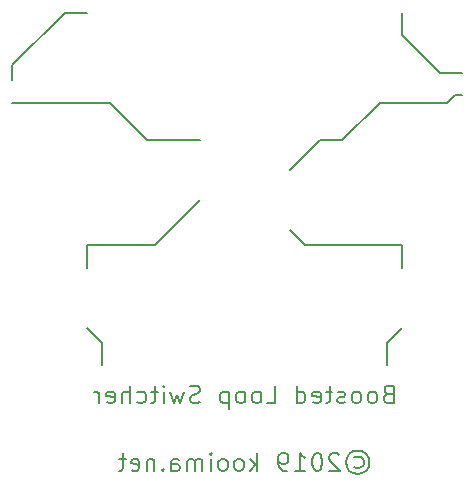
<source format=gbo>
G04 #@! TF.GenerationSoftware,KiCad,Pcbnew,5.0.2-bee76a0~70~ubuntu16.04.1*
G04 #@! TF.CreationDate,2019-03-31T19:25:15-05:00*
G04 #@! TF.ProjectId,Bloop2,426c6f6f-7032-42e6-9b69-6361645f7063,rev?*
G04 #@! TF.SameCoordinates,Original*
G04 #@! TF.FileFunction,Legend,Bot*
G04 #@! TF.FilePolarity,Positive*
%FSLAX46Y46*%
G04 Gerber Fmt 4.6, Leading zero omitted, Abs format (unit mm)*
G04 Created by KiCad (PCBNEW 5.0.2-bee76a0~70~ubuntu16.04.1) date Sun 31 Mar 2019 07:25:15 PM CDT*
%MOMM*%
%LPD*%
G01*
G04 APERTURE LIST*
%ADD10C,0.200000*%
G04 APERTURE END LIST*
D10*
X168000000Y-124630714D02*
X168142857Y-124559285D01*
X168428571Y-124559285D01*
X168571428Y-124630714D01*
X168714285Y-124773571D01*
X168785714Y-124916428D01*
X168785714Y-125202142D01*
X168714285Y-125345000D01*
X168571428Y-125487857D01*
X168428571Y-125559285D01*
X168142857Y-125559285D01*
X168000000Y-125487857D01*
X168285714Y-124059285D02*
X168642857Y-124130714D01*
X169000000Y-124345000D01*
X169214285Y-124702142D01*
X169285714Y-125059285D01*
X169214285Y-125416428D01*
X169000000Y-125773571D01*
X168642857Y-125987857D01*
X168285714Y-126059285D01*
X167928571Y-125987857D01*
X167571428Y-125773571D01*
X167357142Y-125416428D01*
X167285714Y-125059285D01*
X167357142Y-124702142D01*
X167571428Y-124345000D01*
X167928571Y-124130714D01*
X168285714Y-124059285D01*
X166714285Y-124416428D02*
X166642857Y-124345000D01*
X166500000Y-124273571D01*
X166142857Y-124273571D01*
X166000000Y-124345000D01*
X165928571Y-124416428D01*
X165857142Y-124559285D01*
X165857142Y-124702142D01*
X165928571Y-124916428D01*
X166785714Y-125773571D01*
X165857142Y-125773571D01*
X164928571Y-124273571D02*
X164785714Y-124273571D01*
X164642857Y-124345000D01*
X164571428Y-124416428D01*
X164500000Y-124559285D01*
X164428571Y-124845000D01*
X164428571Y-125202142D01*
X164500000Y-125487857D01*
X164571428Y-125630714D01*
X164642857Y-125702142D01*
X164785714Y-125773571D01*
X164928571Y-125773571D01*
X165071428Y-125702142D01*
X165142857Y-125630714D01*
X165214285Y-125487857D01*
X165285714Y-125202142D01*
X165285714Y-124845000D01*
X165214285Y-124559285D01*
X165142857Y-124416428D01*
X165071428Y-124345000D01*
X164928571Y-124273571D01*
X163000000Y-125773571D02*
X163857142Y-125773571D01*
X163428571Y-125773571D02*
X163428571Y-124273571D01*
X163571428Y-124487857D01*
X163714285Y-124630714D01*
X163857142Y-124702142D01*
X162285714Y-125773571D02*
X162000000Y-125773571D01*
X161857142Y-125702142D01*
X161785714Y-125630714D01*
X161642857Y-125416428D01*
X161571428Y-125130714D01*
X161571428Y-124559285D01*
X161642857Y-124416428D01*
X161714285Y-124345000D01*
X161857142Y-124273571D01*
X162142857Y-124273571D01*
X162285714Y-124345000D01*
X162357142Y-124416428D01*
X162428571Y-124559285D01*
X162428571Y-124916428D01*
X162357142Y-125059285D01*
X162285714Y-125130714D01*
X162142857Y-125202142D01*
X161857142Y-125202142D01*
X161714285Y-125130714D01*
X161642857Y-125059285D01*
X161571428Y-124916428D01*
X159785714Y-125773571D02*
X159785714Y-124273571D01*
X159642857Y-125202142D02*
X159214285Y-125773571D01*
X159214285Y-124773571D02*
X159785714Y-125345000D01*
X158357142Y-125773571D02*
X158500000Y-125702142D01*
X158571428Y-125630714D01*
X158642857Y-125487857D01*
X158642857Y-125059285D01*
X158571428Y-124916428D01*
X158500000Y-124845000D01*
X158357142Y-124773571D01*
X158142857Y-124773571D01*
X158000000Y-124845000D01*
X157928571Y-124916428D01*
X157857142Y-125059285D01*
X157857142Y-125487857D01*
X157928571Y-125630714D01*
X158000000Y-125702142D01*
X158142857Y-125773571D01*
X158357142Y-125773571D01*
X157000000Y-125773571D02*
X157142857Y-125702142D01*
X157214285Y-125630714D01*
X157285714Y-125487857D01*
X157285714Y-125059285D01*
X157214285Y-124916428D01*
X157142857Y-124845000D01*
X157000000Y-124773571D01*
X156785714Y-124773571D01*
X156642857Y-124845000D01*
X156571428Y-124916428D01*
X156500000Y-125059285D01*
X156500000Y-125487857D01*
X156571428Y-125630714D01*
X156642857Y-125702142D01*
X156785714Y-125773571D01*
X157000000Y-125773571D01*
X155857142Y-125773571D02*
X155857142Y-124773571D01*
X155857142Y-124273571D02*
X155928571Y-124345000D01*
X155857142Y-124416428D01*
X155785714Y-124345000D01*
X155857142Y-124273571D01*
X155857142Y-124416428D01*
X155142857Y-125773571D02*
X155142857Y-124773571D01*
X155142857Y-124916428D02*
X155071428Y-124845000D01*
X154928571Y-124773571D01*
X154714285Y-124773571D01*
X154571428Y-124845000D01*
X154500000Y-124987857D01*
X154500000Y-125773571D01*
X154500000Y-124987857D02*
X154428571Y-124845000D01*
X154285714Y-124773571D01*
X154071428Y-124773571D01*
X153928571Y-124845000D01*
X153857142Y-124987857D01*
X153857142Y-125773571D01*
X152500000Y-125773571D02*
X152500000Y-124987857D01*
X152571428Y-124845000D01*
X152714285Y-124773571D01*
X153000000Y-124773571D01*
X153142857Y-124845000D01*
X152500000Y-125702142D02*
X152642857Y-125773571D01*
X153000000Y-125773571D01*
X153142857Y-125702142D01*
X153214285Y-125559285D01*
X153214285Y-125416428D01*
X153142857Y-125273571D01*
X153000000Y-125202142D01*
X152642857Y-125202142D01*
X152500000Y-125130714D01*
X151785714Y-125630714D02*
X151714285Y-125702142D01*
X151785714Y-125773571D01*
X151857142Y-125702142D01*
X151785714Y-125630714D01*
X151785714Y-125773571D01*
X151071428Y-124773571D02*
X151071428Y-125773571D01*
X151071428Y-124916428D02*
X151000000Y-124845000D01*
X150857142Y-124773571D01*
X150642857Y-124773571D01*
X150500000Y-124845000D01*
X150428571Y-124987857D01*
X150428571Y-125773571D01*
X149142857Y-125702142D02*
X149285714Y-125773571D01*
X149571428Y-125773571D01*
X149714285Y-125702142D01*
X149785714Y-125559285D01*
X149785714Y-124987857D01*
X149714285Y-124845000D01*
X149571428Y-124773571D01*
X149285714Y-124773571D01*
X149142857Y-124845000D01*
X149071428Y-124987857D01*
X149071428Y-125130714D01*
X149785714Y-125273571D01*
X148642857Y-124773571D02*
X148071428Y-124773571D01*
X148428571Y-124273571D02*
X148428571Y-125559285D01*
X148357142Y-125702142D01*
X148214285Y-125773571D01*
X148071428Y-125773571D01*
X170857142Y-119272857D02*
X170642857Y-119344285D01*
X170571428Y-119415714D01*
X170500000Y-119558571D01*
X170500000Y-119772857D01*
X170571428Y-119915714D01*
X170642857Y-119987142D01*
X170785714Y-120058571D01*
X171357142Y-120058571D01*
X171357142Y-118558571D01*
X170857142Y-118558571D01*
X170714285Y-118630000D01*
X170642857Y-118701428D01*
X170571428Y-118844285D01*
X170571428Y-118987142D01*
X170642857Y-119130000D01*
X170714285Y-119201428D01*
X170857142Y-119272857D01*
X171357142Y-119272857D01*
X169642857Y-120058571D02*
X169785714Y-119987142D01*
X169857142Y-119915714D01*
X169928571Y-119772857D01*
X169928571Y-119344285D01*
X169857142Y-119201428D01*
X169785714Y-119130000D01*
X169642857Y-119058571D01*
X169428571Y-119058571D01*
X169285714Y-119130000D01*
X169214285Y-119201428D01*
X169142857Y-119344285D01*
X169142857Y-119772857D01*
X169214285Y-119915714D01*
X169285714Y-119987142D01*
X169428571Y-120058571D01*
X169642857Y-120058571D01*
X168285714Y-120058571D02*
X168428571Y-119987142D01*
X168500000Y-119915714D01*
X168571428Y-119772857D01*
X168571428Y-119344285D01*
X168500000Y-119201428D01*
X168428571Y-119130000D01*
X168285714Y-119058571D01*
X168071428Y-119058571D01*
X167928571Y-119130000D01*
X167857142Y-119201428D01*
X167785714Y-119344285D01*
X167785714Y-119772857D01*
X167857142Y-119915714D01*
X167928571Y-119987142D01*
X168071428Y-120058571D01*
X168285714Y-120058571D01*
X167214285Y-119987142D02*
X167071428Y-120058571D01*
X166785714Y-120058571D01*
X166642857Y-119987142D01*
X166571428Y-119844285D01*
X166571428Y-119772857D01*
X166642857Y-119630000D01*
X166785714Y-119558571D01*
X167000000Y-119558571D01*
X167142857Y-119487142D01*
X167214285Y-119344285D01*
X167214285Y-119272857D01*
X167142857Y-119130000D01*
X167000000Y-119058571D01*
X166785714Y-119058571D01*
X166642857Y-119130000D01*
X166142857Y-119058571D02*
X165571428Y-119058571D01*
X165928571Y-118558571D02*
X165928571Y-119844285D01*
X165857142Y-119987142D01*
X165714285Y-120058571D01*
X165571428Y-120058571D01*
X164500000Y-119987142D02*
X164642857Y-120058571D01*
X164928571Y-120058571D01*
X165071428Y-119987142D01*
X165142857Y-119844285D01*
X165142857Y-119272857D01*
X165071428Y-119130000D01*
X164928571Y-119058571D01*
X164642857Y-119058571D01*
X164500000Y-119130000D01*
X164428571Y-119272857D01*
X164428571Y-119415714D01*
X165142857Y-119558571D01*
X163142857Y-120058571D02*
X163142857Y-118558571D01*
X163142857Y-119987142D02*
X163285714Y-120058571D01*
X163571428Y-120058571D01*
X163714285Y-119987142D01*
X163785714Y-119915714D01*
X163857142Y-119772857D01*
X163857142Y-119344285D01*
X163785714Y-119201428D01*
X163714285Y-119130000D01*
X163571428Y-119058571D01*
X163285714Y-119058571D01*
X163142857Y-119130000D01*
X160571428Y-120058571D02*
X161285714Y-120058571D01*
X161285714Y-118558571D01*
X159857142Y-120058571D02*
X159999999Y-119987142D01*
X160071428Y-119915714D01*
X160142857Y-119772857D01*
X160142857Y-119344285D01*
X160071428Y-119201428D01*
X159999999Y-119130000D01*
X159857142Y-119058571D01*
X159642857Y-119058571D01*
X159499999Y-119130000D01*
X159428571Y-119201428D01*
X159357142Y-119344285D01*
X159357142Y-119772857D01*
X159428571Y-119915714D01*
X159499999Y-119987142D01*
X159642857Y-120058571D01*
X159857142Y-120058571D01*
X158500000Y-120058571D02*
X158642857Y-119987142D01*
X158714285Y-119915714D01*
X158785714Y-119772857D01*
X158785714Y-119344285D01*
X158714285Y-119201428D01*
X158642857Y-119130000D01*
X158500000Y-119058571D01*
X158285714Y-119058571D01*
X158142857Y-119130000D01*
X158071428Y-119201428D01*
X158000000Y-119344285D01*
X158000000Y-119772857D01*
X158071428Y-119915714D01*
X158142857Y-119987142D01*
X158285714Y-120058571D01*
X158500000Y-120058571D01*
X157357142Y-119058571D02*
X157357142Y-120558571D01*
X157357142Y-119130000D02*
X157214285Y-119058571D01*
X156928571Y-119058571D01*
X156785714Y-119130000D01*
X156714285Y-119201428D01*
X156642857Y-119344285D01*
X156642857Y-119772857D01*
X156714285Y-119915714D01*
X156785714Y-119987142D01*
X156928571Y-120058571D01*
X157214285Y-120058571D01*
X157357142Y-119987142D01*
X154928571Y-119987142D02*
X154714285Y-120058571D01*
X154357142Y-120058571D01*
X154214285Y-119987142D01*
X154142857Y-119915714D01*
X154071428Y-119772857D01*
X154071428Y-119630000D01*
X154142857Y-119487142D01*
X154214285Y-119415714D01*
X154357142Y-119344285D01*
X154642857Y-119272857D01*
X154785714Y-119201428D01*
X154857142Y-119130000D01*
X154928571Y-118987142D01*
X154928571Y-118844285D01*
X154857142Y-118701428D01*
X154785714Y-118630000D01*
X154642857Y-118558571D01*
X154285714Y-118558571D01*
X154071428Y-118630000D01*
X153571428Y-119058571D02*
X153285714Y-120058571D01*
X153000000Y-119344285D01*
X152714285Y-120058571D01*
X152428571Y-119058571D01*
X151857142Y-120058571D02*
X151857142Y-119058571D01*
X151857142Y-118558571D02*
X151928571Y-118630000D01*
X151857142Y-118701428D01*
X151785714Y-118630000D01*
X151857142Y-118558571D01*
X151857142Y-118701428D01*
X151357142Y-119058571D02*
X150785714Y-119058571D01*
X151142857Y-118558571D02*
X151142857Y-119844285D01*
X151071428Y-119987142D01*
X150928571Y-120058571D01*
X150785714Y-120058571D01*
X149642857Y-119987142D02*
X149785714Y-120058571D01*
X150071428Y-120058571D01*
X150214285Y-119987142D01*
X150285714Y-119915714D01*
X150357142Y-119772857D01*
X150357142Y-119344285D01*
X150285714Y-119201428D01*
X150214285Y-119130000D01*
X150071428Y-119058571D01*
X149785714Y-119058571D01*
X149642857Y-119130000D01*
X149000000Y-120058571D02*
X149000000Y-118558571D01*
X148357142Y-120058571D02*
X148357142Y-119272857D01*
X148428571Y-119130000D01*
X148571428Y-119058571D01*
X148785714Y-119058571D01*
X148928571Y-119130000D01*
X149000000Y-119201428D01*
X147071428Y-119987142D02*
X147214285Y-120058571D01*
X147500000Y-120058571D01*
X147642857Y-119987142D01*
X147714285Y-119844285D01*
X147714285Y-119272857D01*
X147642857Y-119130000D01*
X147500000Y-119058571D01*
X147214285Y-119058571D01*
X147071428Y-119130000D01*
X147000000Y-119272857D01*
X147000000Y-119415714D01*
X147714285Y-119558571D01*
X146357142Y-120058571D02*
X146357142Y-119058571D01*
X146357142Y-119344285D02*
X146285714Y-119201428D01*
X146214285Y-119130000D01*
X146071428Y-119058571D01*
X145928571Y-119058571D01*
X170815000Y-114935000D02*
X170815000Y-116840000D01*
X172085000Y-113665000D02*
X170815000Y-114935000D01*
X172085000Y-106680000D02*
X172085000Y-108585000D01*
X163830000Y-106680000D02*
X172085000Y-106680000D01*
X146685000Y-114935000D02*
X146685000Y-116840000D01*
X145415000Y-113665000D02*
X146685000Y-114935000D01*
X145415000Y-106680000D02*
X145415000Y-108585000D01*
X151130000Y-106680000D02*
X145415000Y-106680000D01*
X147320000Y-94615000D02*
X139065000Y-94615000D01*
X150495000Y-97790000D02*
X147320000Y-94615000D01*
X143510000Y-86995000D02*
X145415000Y-86995000D01*
X139065000Y-91440000D02*
X143510000Y-86995000D01*
X139065000Y-92710000D02*
X139065000Y-91440000D01*
X172085000Y-88900000D02*
X172085000Y-86995000D01*
X175260000Y-92075000D02*
X172085000Y-88900000D01*
X177165000Y-92075000D02*
X175260000Y-92075000D01*
X176530000Y-93980000D02*
X177165000Y-93980000D01*
X175895000Y-94615000D02*
X176530000Y-93980000D01*
X170180000Y-94615000D02*
X175895000Y-94615000D01*
X167005000Y-97790000D02*
X170180000Y-94615000D01*
X165100000Y-97790000D02*
X167005000Y-97790000D01*
X162560000Y-100330000D02*
X165100000Y-97790000D01*
X163830000Y-106680000D02*
X162560000Y-105410000D01*
X151130000Y-106680000D02*
X154940000Y-102870000D01*
X154940000Y-97790000D02*
X150495000Y-97790000D01*
M02*

</source>
